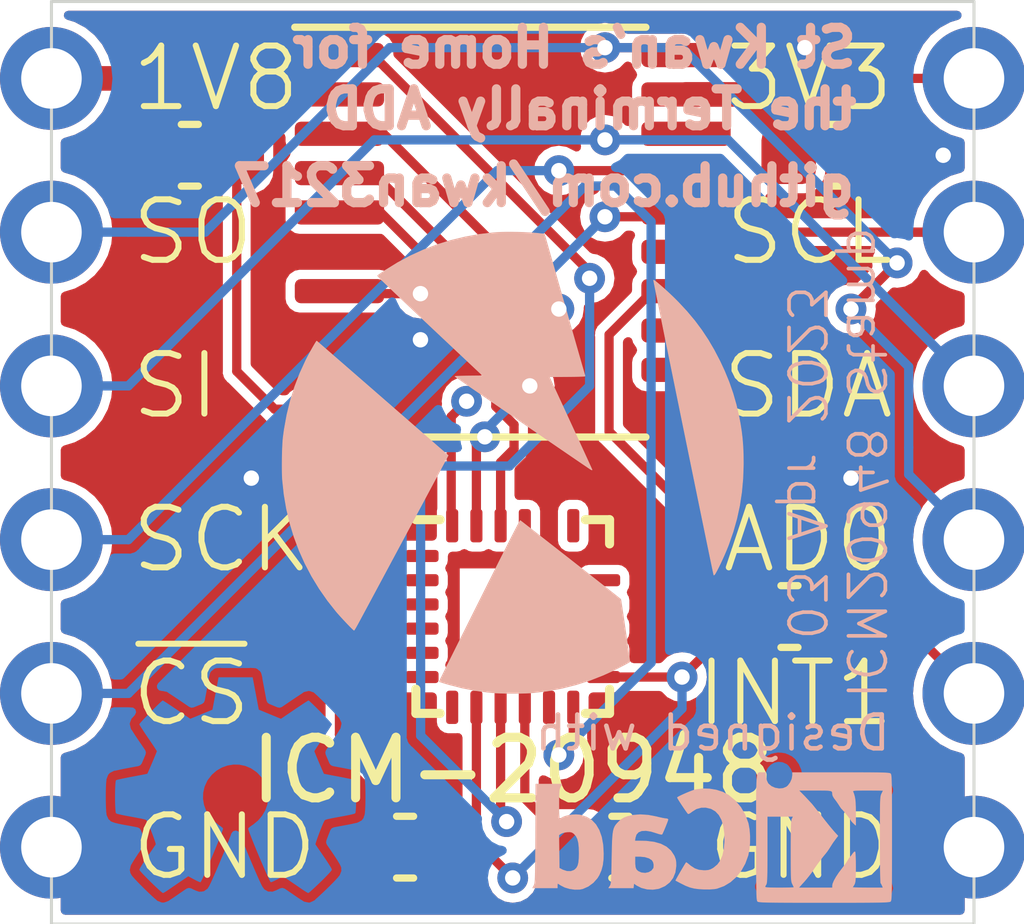
<source format=kicad_pcb>
(kicad_pcb (version 20221018) (generator pcbnew)
  (title_block (date "2022-10-07"))
  (layers (0 "F.Cu" jumper) (31 "B.Cu" signal) (34 "B.Paste" user) (35 "F.Paste" user) (36 "B.SilkS" user "B.Silkscreen") (37 "F.SilkS" user "F.Silkscreen") (38 "B.Mask" user) (39 "F.Mask" user) (44 "Edge.Cuts" user))
  (net 0 "")
  (net 1 "Net-(U301-REGOUT)")
  (net 2 "/IMU/MISO_3V3")
  (net 3 "/IMU/MOSI_3V3")
  (net 4 "/IMU/SCK_3V3")
  (net 5 "/IMU/~{CS}_3V3")
  (net 6 "/IMU/INT1_3V3")
  (net 14 "/IMU/MISO_1V8")
  (net 16 "/IMU/INT1_1V8")
  (net 23 "/IMU/~{CS}_1V8")
  (net 24 "/IMU/SCK_1V8")
  (net 25 "/IMU/MOSI_1V8")
  (net 29 "/IMU/Q_1V8")
  (net 30 "/IMU/Q_GND")
  (net 31 "/IMU/Q_3V3")
  (footprint "Capacitor_SMD:C_0603_1608Metric" (layer "F.Cu") (at 167.386 109.22 180)
    (fp_text reference "C302" hide)
    (fp_text value "100nF" hide)
    (pad "1" smd roundrect (at -0.775 0 180) (size 0.9 0.95) (layers "F.Cu" "F.Paste" "F.Mask") (net 29 "/IMU/Q_1V8"))
    (pad "2" smd roundrect (at 0.775 0 180) (size 0.9 0.95) (layers "F.Cu" "F.Paste" "F.Mask") (net 30 "/IMU/Q_GND"))
  )
  (footprint "Package_SO:TSSOP-20_4.4x6.5mm_P0.65mm" (layer "F.Cu") (at 172.72 110.49)
    (fp_text reference "U302" hide)
    (fp_text value "TXS0108EPW" hide)
    (pad "1" smd roundrect (at -2.8625 -2.925) (size 1.475 0.4) (layers "F.Cu" "F.Paste" "F.Mask") (net 14 "/IMU/MISO_1V8"))
    (pad "2" smd roundrect (at -2.8625 -2.275) (size 1.475 0.4) (layers "F.Cu" "F.Paste" "F.Mask") (net 29 "/IMU/Q_1V8"))
    (pad "3" smd roundrect (at -2.8625 -1.625) (size 1.475 0.4) (layers "F.Cu" "F.Paste" "F.Mask") (net 25 "/IMU/MOSI_1V8"))
    (pad "4" smd roundrect (at -2.8625 -0.975) (size 1.475 0.4) (layers "F.Cu" "F.Paste" "F.Mask") (net 24 "/IMU/SCK_1V8"))
    (pad "5" smd roundrect (at -2.8625 -0.325) (size 1.475 0.4) (layers "F.Cu" "F.Paste" "F.Mask") (net 23 "/IMU/~{CS}_1V8"))
    (pad "6" smd roundrect (at -2.8625 0.325) (size 1.475 0.4) (layers "F.Cu" "F.Paste" "F.Mask") (net 30 "/IMU/Q_GND"))
    (pad "7" smd roundrect (at -2.8625 0.975) (size 1.475 0.4) (layers "F.Cu" "F.Paste" "F.Mask") (net 16 "/IMU/INT1_1V8"))
    (pad "8" smd roundrect (at -2.8625 1.625) (size 1.475 0.4) (layers "F.Cu" "F.Paste" "F.Mask") (net 30 "/IMU/Q_GND"))
    (pad "9" smd roundrect (at -2.8625 2.275) (size 1.475 0.4) (layers "F.Cu" "F.Paste" "F.Mask") (net 30 "/IMU/Q_GND"))
    (pad "10" smd roundrect (at -2.8625 2.925) (size 1.475 0.4) (layers "F.Cu" "F.Paste" "F.Mask") (net 29 "/IMU/Q_1V8"))
    (pad "11" smd roundrect (at 2.8625 2.925) (size 1.475 0.4) (layers "F.Cu" "F.Paste" "F.Mask") (net 30 "/IMU/Q_GND"))
    (pad "12" smd roundrect (at 2.8625 2.275) (size 1.475 0.4) (layers "F.Cu" "F.Paste" "F.Mask"))
    (pad "13" smd roundrect (at 2.8625 1.625) (size 1.475 0.4) (layers "F.Cu" "F.Paste" "F.Mask"))
    (pad "14" smd roundrect (at 2.8625 0.975) (size 1.475 0.4) (layers "F.Cu" "F.Paste" "F.Mask") (net 6 "/IMU/INT1_3V3"))
    (pad "15" smd roundrect (at 2.8625 0.325) (size 1.475 0.4) (layers "F.Cu" "F.Paste" "F.Mask"))
    (pad "16" smd roundrect (at 2.8625 -0.325) (size 1.475 0.4) (layers "F.Cu" "F.Paste" "F.Mask") (net 5 "/IMU/~{CS}_3V3"))
    (pad "17" smd roundrect (at 2.8625 -0.975) (size 1.475 0.4) (layers "F.Cu" "F.Paste" "F.Mask") (net 4 "/IMU/SCK_3V3"))
    (pad "18" smd roundrect (at 2.8625 -1.625) (size 1.475 0.4) (layers "F.Cu" "F.Paste" "F.Mask") (net 3 "/IMU/MOSI_3V3"))
    (pad "19" smd roundrect (at 2.8625 -2.275) (size 1.475 0.4) (layers "F.Cu" "F.Paste" "F.Mask") (net 31 "/IMU/Q_3V3"))
    (pad "20" smd roundrect (at 2.8625 -2.925) (size 1.475 0.4) (layers "F.Cu" "F.Paste" "F.Mask") (net 2 "/IMU/MISO_3V3"))
  )
  (footprint "Capacitor_SMD:C_0603_1608Metric" (layer "F.Cu") (at 170.942 120.65 180)
    (fp_text reference "C308" hide)
    (fp_text value "100nF" hide)
    (pad "1" smd roundrect (at -0.775 0 180) (size 0.9 0.95) (layers "F.Cu" "F.Paste" "F.Mask") (net 29 "/IMU/Q_1V8"))
    (pad "2" smd roundrect (at 0.775 0 180) (size 0.9 0.95) (layers "F.Cu" "F.Paste" "F.Mask") (net 30 "/IMU/Q_GND"))
  )
  (footprint "Capacitor_SMD:C_0603_1608Metric" (layer "F.Cu") (at 174.498 120.65)
    (fp_text reference "C310" hide)
    (fp_text value "100nF" hide)
    (pad "1" smd roundrect (at -0.775 0) (size 0.9 0.95) (layers "F.Cu" "F.Paste" "F.Mask") (net 1 "Net-(U301-REGOUT)"))
    (pad "2" smd roundrect (at 0.775 0) (size 0.9 0.95) (layers "F.Cu" "F.Paste" "F.Mask") (net 30 "/IMU/Q_GND"))
  )
  (footprint "Capacitor_SMD:C_0603_1608Metric" (layer "F.Cu") (at 177.292 116.84)
    (fp_text reference "C313" hide)
    (fp_text value "100nF" hide)
    (pad "1" smd roundrect (at -0.775 0) (size 0.9 0.95) (layers "F.Cu" "F.Paste" "F.Mask") (net 29 "/IMU/Q_1V8"))
    (pad "2" smd roundrect (at 0.775 0) (size 0.9 0.95) (layers "F.Cu" "F.Paste" "F.Mask") (net 30 "/IMU/Q_GND"))
  )
  (footprint "Sensor_Motion:InvenSense_QFN-24_3x3mm_P0.4mm" (layer "F.Cu") (at 172.72 116.84)
    (fp_text reference "U301" hide)
    (fp_text value "ICM-20948" (at 0 2.54) (layer "F.SilkS"))
    (pad "1" smd roundrect (at -1.5 -1) (size 0.55 0.2) (layers "F.Cu" "F.Paste" "F.Mask"))
    (pad "2" smd roundrect (at -1.5 -0.6) (size 0.55 0.2) (layers "F.Cu" "F.Paste" "F.Mask"))
    (pad "3" smd roundrect (at -1.5 -0.2) (size 0.55 0.2) (layers "F.Cu" "F.Paste" "F.Mask"))
    (pad "4" smd roundrect (at -1.5 0.2) (size 0.55 0.2) (layers "F.Cu" "F.Paste" "F.Mask"))
    (pad "5" smd roundrect (at -1.5 0.6) (size 0.55 0.2) (layers "F.Cu" "F.Paste" "F.Mask"))
    (pad "6" smd roundrect (at -1.5 1) (size 0.55 0.2) (layers "F.Cu" "F.Paste" "F.Mask"))
    (pad "7" smd roundrect (at -1 1.5 90) (size 0.55 0.2) (layers "F.Cu" "F.Paste" "F.Mask"))
    (pad "8" smd roundrect (at -0.6 1.5 90) (size 0.55 0.2) (layers "F.Cu" "F.Paste" "F.Mask") (net 29 "/IMU/Q_1V8"))
    (pad "9" smd roundrect (at -0.2 1.5 90) (size 0.55 0.2) (layers "F.Cu" "F.Paste" "F.Mask") (net 14 "/IMU/MISO_1V8"))
    (pad "10" smd roundrect (at 0.2 1.5 90) (size 0.55 0.2) (layers "F.Cu" "F.Paste" "F.Mask") (net 1 "Net-(U301-REGOUT)"))
    (pad "11" smd roundrect (at 0.6 1.5 90) (size 0.55 0.2) (layers "F.Cu" "F.Paste" "F.Mask"))
    (pad "12" smd roundrect (at 1 1.5 90) (size 0.55 0.2) (layers "F.Cu" "F.Paste" "F.Mask") (net 16 "/IMU/INT1_1V8"))
    (pad "13" smd roundrect (at 1.5 1) (size 0.55 0.2) (layers "F.Cu" "F.Paste" "F.Mask") (net 29 "/IMU/Q_1V8"))
    (pad "14" smd roundrect (at 1.5 0.6) (size 0.55 0.2) (layers "F.Cu" "F.Paste" "F.Mask"))
    (pad "15" smd roundrect (at 1.5 0.2) (size 0.55 0.2) (layers "F.Cu" "F.Paste" "F.Mask"))
    (pad "16" smd roundrect (at 1.5 -0.2) (size 0.55 0.2) (layers "F.Cu" "F.Paste" "F.Mask"))
    (pad "17" smd roundrect (at 1.5 -0.6) (size 0.55 0.2) (layers "F.Cu" "F.Paste" "F.Mask"))
    (pad "18" smd roundrect (at 1.5 -1) (size 0.55 0.2) (layers "F.Cu" "F.Paste" "F.Mask") (net 30 "/IMU/Q_GND"))
    (pad "19" smd roundrect (at 1 -1.5 90) (size 0.55 0.2) (layers "F.Cu" "F.Paste" "F.Mask"))
    (pad "20" smd roundrect (at 0.6 -1.5 90) (size 0.55 0.2) (layers "F.Cu" "F.Paste" "F.Mask") (net 30 "/IMU/Q_GND"))
    (pad "21" smd roundrect (at 0.2 -1.5 90) (size 0.55 0.2) (layers "F.Cu" "F.Paste" "F.Mask"))
    (pad "22" smd roundrect (at -0.2 -1.5 90) (size 0.55 0.2) (layers "F.Cu" "F.Paste" "F.Mask") (net 23 "/IMU/~{CS}_1V8"))
    (pad "23" smd roundrect (at -0.6 -1.5 90) (size 0.55 0.2) (layers "F.Cu" "F.Paste" "F.Mask") (net 24 "/IMU/SCK_1V8"))
    (pad "24" smd roundrect (at -1 -1.5 90) (size 0.55 0.2) (layers "F.Cu" "F.Paste" "F.Mask") (net 25 "/IMU/MOSI_1V8"))
    (zone (net 0) (net_name "") (layer "F.Cu") (connect_pads (clearance 0)) (min_thickness 0.254)
      (keepout (tracks not_allowed) (vias not_allowed) (pads not_allowed) (copperpour not_allowed) (footprints allowed))
      (fill (thermal_gap 0.508) (thermal_bridge_width 0.508))
      (polygon (pts (xy 171.845 116.045) (xy 173.595 116.045) (xy 173.595 117.635) (xy 171.845 117.635)))
    )
  )
  (footprint "Capacitor_SMD:C_0603_1608Metric" (layer "F.Cu") (at 178.054 109.22)
    (fp_text reference "C319" hide)
    (fp_text value "100nF" hide)
    (pad "1" smd roundrect (at -0.775 0) (size 0.9 0.95) (layers "F.Cu" "F.Paste" "F.Mask") (net 31 "/IMU/Q_3V3"))
    (pad "2" smd roundrect (at 0.775 0) (size 0.9 0.95) (layers "F.Cu" "F.Paste" "F.Mask") (net 30 "/IMU/Q_GND"))
  )
  (footprint "KwanSystems:Stamp" (layer "F.Cu") (at 172.72 114.3)
    (fp_text reference "J301" hide)
    (fp_text value "~")
    (fp_text user "SCL" (at 6.35 -3.81 unlocked) (layer "F.SilkS") (effects (font (thickness 0.1)) (justify right)))
    (fp_text user "INT1" (at 6.35 3.81 unlocked) (layer "F.SilkS") (effects (font (thickness 0.1)) (justify right)))
    (fp_text user "~{CS}" (at -6.35 3.81 unlocked) (layer "F.SilkS") (effects (font (thickness 0.1)) (justify left)))
    (fp_text user "GND" (at -6.35 6.35 unlocked) (layer "F.SilkS") (effects (font (thickness 0.1)) (justify left)))
    (fp_text user "SO" (at -6.35 -3.81 unlocked) (layer "F.SilkS") (effects (font (thickness 0.1)) (justify left)))
    (fp_text user "3V3" (at 6.35 -6.35 unlocked) (layer "F.SilkS") (effects (font (thickness 0.1)) (justify right)))
    (fp_text user "SI" (at -6.35 -1.27 unlocked) (layer "F.SilkS") (effects (font (thickness 0.1)) (justify left)))
    (fp_text user "1V8" (at -6.35 -6.35 unlocked) (layer "F.SilkS") (effects (font (thickness 0.1)) (justify left)))
    (fp_text user "GND" (at 6.35 6.35 unlocked) (layer "F.SilkS") (effects (font (thickness 0.1)) (justify right)))
    (fp_text user "SDA" (at 6.35 -1.27 unlocked) (layer "F.SilkS") (effects (font (thickness 0.1)) (justify right)))
    (fp_text user "AD0" (at 6.35 1.27 unlocked) (layer "F.SilkS") (effects (font (thickness 0.1)) (justify right)))
    (fp_text user "SCK" (at -6.35 1.27 unlocked) (layer "F.SilkS") (effects (font (thickness 0.1)) (justify left)))
    (fp_line (start -7.62 -7.62) (end -7.62 7.62) (stroke (width 0.05)) (layer "Edge.Cuts"))
    (fp_line (start -7.62 7.62) (end 7.62 7.62) (stroke (width 0.05)) (layer "Edge.Cuts"))
    (fp_line (start 7.62 -7.62) (end -7.62 -7.62) (stroke (width 0.05)) (layer "Edge.Cuts"))
    (fp_line (start 7.62 7.62) (end 7.62 -7.62) (stroke (width 0.05)) (layer "Edge.Cuts"))
    (pad "1" thru_hole circle (at -7.62 -6.35) (size 1.7 1.7) (drill 1) (layers "*.Cu" "*.Mask") (net 29 "/IMU/Q_1V8"))
    (pad "2" thru_hole circle (at -7.62 -3.81) (size 1.7 1.7) (drill 1) (layers "*.Cu" "*.Mask") (net 2 "/IMU/MISO_3V3"))
    (pad "3" thru_hole circle (at -7.62 -1.27) (size 1.7 1.7) (drill 1) (layers "*.Cu" "*.Mask") (net 3 "/IMU/MOSI_3V3"))
    (pad "4" thru_hole circle (at -7.62 1.27) (size 1.7 1.7) (drill 1) (layers "*.Cu" "*.Mask") (net 4 "/IMU/SCK_3V3"))
    (pad "5" thru_hole circle (at -7.62 3.81) (size 1.7 1.7) (drill 1) (layers "*.Cu" "*.Mask") (net 5 "/IMU/~{CS}_3V3"))
    (pad "6" thru_hole circle (at -7.62 6.35) (size 1.7 1.7) (drill 1) (layers "*.Cu" "*.Mask") (net 30 "/IMU/Q_GND"))
    (pad "7" thru_hole circle (at 7.62 6.35) (size 1.7 1.7) (drill 1) (layers "*.Cu" "*.Mask") (net 30 "/IMU/Q_GND"))
    (pad "8" thru_hole circle (at 7.62 3.81) (size 1.7 1.7) (drill 1) (layers "*.Cu" "*.Mask") (net 6 "/IMU/INT1_3V3"))
    (pad "9" thru_hole circle (at 7.62 1.27) (size 1.7 1.7) (drill 1) (layers "*.Cu" "*.Mask") (net 2 "/IMU/MISO_3V3"))
    (pad "10" thru_hole circle (at 7.62 -1.27) (size 1.7 1.7) (drill 1) (layers "*.Cu" "*.Mask") (net 3 "/IMU/MOSI_3V3"))
    (pad "11" thru_hole circle (at 7.62 -3.81) (size 1.7 1.7) (drill 1) (layers "*.Cu" "*.Mask") (net 4 "/IMU/SCK_3V3"))
    (pad "12" thru_hole circle (at 7.62 -6.35) (size 1.7 1.7) (drill 1) (layers "*.Cu" "*.Mask") (net 31 "/IMU/Q_3V3"))
  )
  (footprint "KwanSystems:OSHW-Symbol_4x3.6mm_SolderMask" (layer "B.Cu") (at 168.148 119.634 180)
    (fp_text reference "G303" hide)
    (fp_text value "OSHW" hide)
    (fp_poly (pts (xy 0.333488 1.518641) (xy 0.383781 1.251867) (xy 0.569352 1.175368) (xy 0.754924 1.098869) (xy 0.977548 1.250252) (xy 1.039894 1.292402) (xy 1.096252 1.330037) (xy 1.143991 1.361437) (xy 1.180482 1.384886) (xy 1.203094 1.398664) (xy 1.209253 1.401635) (xy 1.220346 1.393994) (xy 1.244052 1.372871) (xy 1.277713 1.340963) (xy 1.318672 1.300969) (xy 1.364272 1.255588) (xy 1.411855 1.207517) (xy 1.458765 1.159456) (xy 1.502344 1.114102) (xy 1.539935 1.074153) (xy 1.568882 1.042309) (xy 1.586526 1.021268) (xy 1.590745 1.014226) (xy 1.584674 1.001244) (xy 1.567655 0.972803) (xy 1.541477 0.931684) (xy 1.507931 0.880671) (xy 1.468804 0.822544) (xy 1.446131 0.78939) (xy 1.404806 0.728851) (xy 1.368084 0.674221) (xy 1.337747 0.628218) (xy 1.315577 0.593563) (xy 1.303355 0.572974) (xy 1.301518 0.568648) (xy 1.305682 0.556351) (xy 1.317031 0.527692) (xy 1.333852 0.486701) (xy 1.354435 0.437407) (xy 1.377065 0.383838) (xy 1.400032 0.330025) (xy 1.421622 0.279997) (xy 1.440124 0.237784) (xy 1.453823 0.207414) (xy 1.46101 0.192917) (xy 1.461434 0.192347) (xy 1.472719 0.189578) (xy 1.502771 0.183403) (xy 1.548476 0.174428) (xy 1.606719 0.163259) (xy 1.674386 0.150505) (xy 1.713865 0.143149) (xy 1.78617 0.129383) (xy 1.851478 0.116283) (xy 1.906486 0.104567) (xy 1.947889 0.094951) (xy 1.972382 0.088153) (xy 1.977307 0.085996) (xy 1.982129 0.071396) (xy 1.98602 0.038425) (xy 1.988982 -0.009065) (xy 1.991018 -0.067216) (xy 1.992131 -0.132172) (xy 1.992323 -0.200079) (xy 1.991596 -0.267081) (xy 1.989954 -0.329321) (xy 1.987399 -0.382945) (xy 1.983933 -0.424096) (xy 1.97956 -0.448918) (xy 1.976937 -0.454086) (xy 1.961258 -0.46028) (xy 1.928036 -0.469135) (xy 1.881664 -0.479611) (xy 1.826538 -0.490668) (xy 1.807295 -0.494245) (xy 1.714514 -0.51124) (xy 1.641225 -0.524926) (xy 1.585004 -0.535848) (xy 1.54343 -0.54455) (xy 1.514083 -0.551575) (xy 1.494538 -0.557469) (xy 1.482377 -0.562774) (xy 1.475176 -0.568034) (xy 1.474168 -0.569074) (xy 1.46411 -0.585823) (xy 1.448768 -0.618417) (xy 1.429673 -0.662866) (xy 1.408356 -0.715179) (xy 1.38635 -0.771365) (xy 1.365187 -0.827431) (xy 1.346398 -0.879388) (xy 1.331516 -0.923244) (xy 1.322072 -0.955007) (xy 1.319599 -0.970687) (xy 1.319806 -0.971236) (xy 1.328185 -0.984052) (xy 1.347193 -1.01225) (xy 1.374835 -1.052896) (xy 1.409111 -1.103054) (xy 1.448024 -1.159789) (xy 1.459106 -1.175912) (xy 1.498619 -1.234365) (xy 1.53339 -1.287698) (xy 1.561523 -1.332847) (xy 1.581124 -1.366752) (xy 1.5903 -1.386349) (xy 1.590745 -1.388756) (xy 1.583035 -1.40141) (xy 1.561733 -1.426478) (xy 1.529576 -1.461267) (xy 1.489303 -1.503081) (xy 1.443652 -1.549227) (xy 1.395362 -1.59701) (xy 1.347172 -1.643737) (xy 1.301819 -1.686712) (xy 1.262043 -1.723242) (xy 1.230581 -1.750633) (xy 1.210173 -1.76619) (xy 1.204527 -1.76873) (xy 1.191386 -1.762747) (xy 1.16448 -1.746612) (xy 1.128193 -1.723042) (xy 1.100273 -1.70407) (xy 1.049685 -1.669259) (xy 0.989776 -1.62827) (xy 0.929684 -1.587347) (xy 0.897376 -1.565445) (xy 0.788023 -1.49148) (xy 0.696229 -1.541112) (xy 0.654409 -1.562855) (xy 0.618848 -1.579756) (xy 0.594787 -1.589395) (xy 0.588662 -1.590736) (xy 0.581297 -1.580833) (xy 0.566768 -1.552849) (xy 0.546158 -1.509365) (xy 0.520553 -1.452964) (xy 0.491036 -1.386224) (xy 0.458694 -1.311729) (xy 0.42461 -1.232059) (xy 0.389869 -1.149796) (xy 0.355556 -1.067521) (xy 0.322754 -0.987815) (xy 0.29255 -0.913259) (xy 0.266028 -0.846435) (xy 0.244271 -0.789923) (xy 0.228365 -0.746306) (xy 0.219395 -0.718165) (xy 0.217952 -0.7085) (xy 0.229387 -0.696172) (xy 0.254422 -0.67616) (xy 0.287824 -0.652621) (xy 0.290627 -0.650759) (xy 0.376958 -0.581654) (xy 0.44657 -0.501032) (xy 0.498858 -0.41147) (xy 0.533219 -0.315548) (xy 0.549052 -0.215842) (xy 0.545751 -0.114931) (xy 0.522714 -0.015393) (xy 0.479337 0.080195) (xy 0.466576 0.101108) (xy 0.400198 0.185558) (xy 0.321781 0.253372) (xy 0.234038 0.304198) (xy 0.139685 0.337684) (xy 0.041434 0.353476) (xy -0.058 0.351222) (xy -0.155903 0.33057) (xy -0.249561 0.291166) (xy -0.33626 0.232659) (xy -0.363079 0.208912) (xy -0.431333 0.134578) (xy -0.481069 0.056326) (xy -0.515186 -0.031389) (xy -0.534188 -0.118253) (xy -0.538879 -0.215916) (xy -0.523237 -0.314064) (xy -0.488853 -0.409379) (xy -0.437314 -0.498544) (xy -0.370208 -0.578241) (xy -0.289126 -0.645154) (xy -0.27847 -0.652207) (xy -0.24471 -0.675305) (xy -0.219046 -0.695318) (xy -0.206777 -0.708096) (xy -0.206599 -0.7085) (xy -0.209233 -0.722323) (xy -0.219674 -0.753694) (xy -0.236839 -0.800034) (xy -0.259641 -0.858761) (xy -0.286996 -0.927295) (xy -0.317818 -1.003055) (xy -0.351023 -1.08346) (xy -0.385525 -1.165931) (xy -0.420239 -1.247885) (xy -0.454081 -1.326742) (xy -0.485965 -1.399923) (xy -0.514806 -1.464845) (xy -0.539519 -1.518929) (xy -0.559019 -1.559594) (xy -0.572222 -1.584258) (xy -0.577538 -1.590736) (xy -0.593784 -1.585691) (xy -0.624182 -1.572163) (xy -0.66349 -1.552568) (xy -0.685105 -1.541112) (xy -0.776899 -1.49148) (xy -0.886253 -1.565445) (xy -0.942075 -1.603337) (xy -1.003191 -1.645036) (xy -1.060463 -1.684299) (xy -1.08915 -1.70407) (xy -1.129497 -1.731164) (xy -1.163662 -1.752634) (xy -1.187188 -1.765763) (xy -1.194829 -1.768538) (xy -1.20595 -1.761051) (xy -1.230565 -1.740151) (xy -1.266285 -1.708007) (xy -1.310725 -1.66679) (xy -1.361499 -1.618669) (xy -1.393611 -1.587772) (xy -1.449791 -1.532572) (xy -1.498345 -1.483199) (xy -1.537306 -1.441767) (xy -1.564715 -1.410386) (xy -1.578607 -1.39117) (xy -1.579939 -1.38727) (xy -1.573754 -1.372436) (xy -1.556663 -1.342443) (xy -1.530562 -1.300327) (xy -1.497346 -1.249125) (xy -1.458912 -1.191874) (xy -1.447982 -1.175912) (xy -1.408156 -1.1179) (xy -1.372427 -1.06567) (xy -1.34279 -1.022157) (xy -1.321245 -0.990296) (xy -1.309789 -0.973022) (xy -1.308682 -0.971236) (xy -1.310337 -0.957469) (xy -1.319123 -0.927202) (xy -1.333508 -0.884425) (xy -1.35196 -0.833128) (xy -1.372946 -0.777304) (xy -1.394936 -0.720944) (xy -1.416397 -0.668039) (xy -1.435796 -0.62258) (xy -1.451603 -0.588559) (xy -1.462285 -0.569966) (xy -1.463044 -0.569074) (xy -1.469576 -0.563761) (xy -1.480609 -0.558506) (xy -1.498564 -0.552766) (xy -1.525862 -0.545998) (xy -1.564925 -0.537656) (xy -1.618177 -0.527198) (xy -1.688036 -0.514079) (xy -1.776925 -0.497755) (xy -1.796171 -0.494245) (xy -1.853212 -0.483224) (xy -1.902939 -0.472443) (xy -1.940958 -0.462941) (xy -1.962875 -0.45576) (xy -1.965814 -0.454086) (xy -1.970656 -0.439243) (xy -1.974592 -0.406074) (xy -1.97762 -0.358433) (xy -1.979735 -0.300178) (xy -1.980937 -0.235163) (xy -1.981222 -0.167244) (xy -1.980586 -0.100277) (xy -1.979029 -0.038117) (xy -1.976548 0.015379) (xy -1.973138 0.056357) (xy -1.968799 0.08096) (xy -1.966183 0.085996) (xy -1.951619 0.091075) (xy -1.918456 0.099339) (xy -1.869997 0.11007) (xy -1.809547 0.122551) (xy -1.74041 0.136066) (xy -1.702741 0.143149) (xy -1.631272 0.156509) (xy -1.567539 0.168613) (xy -1.514656 0.178851) (xy -1.47574 0.186619) (xy -1.453904 0.191307) (xy -1.45031 0.192347) (xy -1.444237 0.204066) (xy -1.431397 0.232294) (xy -1.413503 0.272998) (xy -1.392267 0.322145) (xy -1.369399 0.375703) (xy -1.346612 0.429639) (xy -1.325616 0.479919) (xy -1.308124 0.522512) (xy -1.295846 0.553384) (xy -1.290494 0.568502) (xy -1.290394 0.569162) (xy -1.296461 0.581089) (xy -1.31347 0.608534) (xy -1.339634 0.64877) (xy -1.373164 0.69907) (xy -1.412272 0.756704) (xy -1.435007 0.78981) (xy -1.476435 0.850511) (xy -1.51323 0.905622) (xy -1.543598 0.952354) (xy -1.565743 0.987919) (xy -1.577869 1.009529) (xy -1.579621 1.014374) (xy -1.572092 1.02565) (xy -1.551278 1.049726) (xy -1.519838 1.083904) (xy -1.48043 1.125489) (xy -1.435714 1.171781) (xy -1.388348 1.220085) (xy -1.34099 1.267702) (xy -1.2963 1.311936) (xy -1.256936 1.350089) (xy -1.225558 1.379464) (xy -1.204823 1.397363) (xy -1.197887 1.401635) (xy -1.186592 1.395628) (xy -1.159579 1.378753) (xy -1.119472 1.352728) (xy -1.068899 1.319269) (xy -1.010486 1.280096) (xy -0.966424 1.250252) (xy -0.7438 1.098869) (xy -0.372657 1.251867) (xy -0.322365 1.518641) (xy -0.272072 1.785416) (xy 0.283196 1.785416) (xy 0.333488 1.518641)) (stroke (width 0.01)) (fill solid) (layer "B.Cu"))
  )
  (footprint "KwanSystems:KWAN_CIRCLE" (layer "B.Cu") (at 172.72 114.3 180)
    (fp_text reference "G301" hide)
    (fp_text value "github.com/kwan3217" (at -0.508 4.572) (layer "B.SilkS") (effects (font (size 0.6096 0.6096) (thickness 0.1524)) (justify mirror)))
    (fp_text user "the Terminally ADD" (at -1.27 5.842 unlocked) (layer "B.SilkS") (effects (font (size 0.6096 0.6096) (thickness 0.1524)) (justify mirror)))
    (fp_text user "St Kwan's Home for" (at -1.016 6.858 unlocked) (layer "B.SilkS") (effects (font (size 0.6096 0.6096) (thickness 0.1524)) (justify mirror)))
  )
  (footprint "KwanSystems:Symbol_KiCAD-Logo_CopperAndSilkScreenTop_small" (layer "B.Cu") (at 176.022 120.396 180)
    (fp_text reference "G302" hide)
    (fp_text value "Designed with" (at 0 1.633196) (layer "B.SilkS") (effects (font (size 0.5588 0.5588) (thickness 0.0762)) (justify mirror)))
    (fp_poly (pts (xy -1.022029 1.13702) (xy -0.963228 1.103803) (xy -0.916489 1.052478) (xy -0.894594 1.009438) (xy -0.879289 0.940193) (xy -0.88384 0.871205) (xy -0.907514 0.810458) (xy -0.913706 0.801075) (xy -0.958926 0.757296) (xy -1.018364 0.727224) (xy -1.084834 0.712291) (xy -1.151144 0.713933) (xy -1.210105 0.733584) (xy -1.220497 0.739878) (xy -1.261632 0.779303) (xy -1.295543 0.833615) (xy -1.316627 0.892353) (xy -1.3208 0.927101) (xy -1.311163 0.981713) (xy -1.285905 1.038945) (xy -1.250509 1.088421) (xy -1.222679 1.112853) (xy -1.15657 1.143062) (xy -1.088082 1.150612) (xy -1.022029 1.13702)) (stroke (width 0.01)) (fill solid) (layer "B.Cu"))
    (fp_poly (pts (xy -0.9017 -0.296023) (xy -0.90159 -0.431764) (xy -0.901209 -0.544309) (xy -0.900487 -0.635861) (xy -0.899353 -0.70862) (xy -0.897735 -0.764792) (xy -0.895561 -0.806578) (xy -0.89276 -0.83618) (xy -0.889261 -0.855802) (xy -0.884992 -0.867646) (xy -0.883054 -0.870698) (xy -0.869911 -0.889472) (xy -0.864555 -0.903543) (xy -0.869645 -0.913587) (xy -0.887844 -0.920282) (xy -0.921812 -0.924303) (xy -0.974211 -0.926327) (xy -1.047701 -0.92703) (xy -1.1049 -0.9271) (xy -1.180041 -0.926758) (xy -1.245637 -0.925804) (xy -1.297787 -0.924351) (xy -1.332591 -0.922509) (xy -1.346148 -0.920388) (xy -1.3462 -0.920244) (xy -1.340923 -0.905727) (xy -1.327637 -0.877255) (xy -1.3208 -0.8636) (xy -1.314367 -0.84988) (xy -1.309121 -0.834697) (xy -1.30494 -0.81546) (xy -1.301705 -0.789578) (xy -1.299295 -0.754459) (xy -1.297589 -0.707514) (xy -1.296468 -0.646151) (xy -1.29581 -0.56778) (xy -1.295495 -0.469809) (xy -1.295403 -0.349648) (xy -1.2954 -0.317375) (xy -1.295527 -0.188635) (xy -1.295965 -0.082875) (xy -1.296802 0.002325) (xy -1.298126 0.069381) (xy -1.300025 0.120715) (xy -1.302587 0.158744) (xy -1.305899 0.185887) (xy -1.310049 0.204564) (xy -1.314777 0.216531) (xy -1.334153 0.254) (xy -0.9017 0.254) (xy -0.9017 -0.296023)) (stroke (width 0.01)) (fill solid) (layer "B.Cu"))
    (fp_poly (pts (xy -1.693127 0.6858) (xy -1.420471 0.6858) (xy -1.519861 0.585107) (xy -1.684715 0.403655) (xy -1.791925 0.266593) (xy -1.831149 0.2148) (xy -1.878428 0.154736) (xy -1.928475 0.092899) (xy -1.976001 0.035791) (xy -2.015717 -0.010091) (xy -2.028266 -0.02388) (xy -2.068982 -0.067606) (xy -2.034003 -0.113178) (xy -1.966282 -0.207802) (xy -1.922511 -0.277525) (xy -1.895076 -0.318643) (xy -1.864438 -0.358306) (xy -1.861864 -0.361304) (xy -1.827389 -0.402791) (xy -1.787127 -0.454069) (xy -1.745529 -0.509144) (xy -1.707049 -0.562024) (xy -1.676141 -0.606713) (xy -1.658312 -0.635274) (xy -1.640772 -0.661798) (xy -1.611507 -0.701031) (xy -1.57559 -0.746626) (xy -1.538093 -0.792236) (xy -1.504086 -0.831516) (xy -1.4859 -0.85101) (xy -1.473956 -0.864041) (xy -1.452819 -0.887703) (xy -1.448762 -0.892285) (xy -1.417973 -0.9271) (xy -1.9812 -0.9271) (xy -1.9812 -0.887962) (xy -1.989582 -0.849698) (xy -2.013196 -0.797075) (xy -2.049754 -0.73412) (xy -2.09696 -0.664858) (xy -2.140729 -0.607767) (xy -2.176366 -0.561657) (xy -2.209027 -0.516135) (xy -2.232612 -0.479768) (xy -2.235665 -0.474417) (xy -2.255686 -0.441217) (xy -2.273329 -0.417142) (xy -2.277651 -0.41275) (xy -2.294931 -0.393408) (xy -2.315043 -0.365125) (xy -2.333887 -0.341047) (xy -2.349143 -0.330244) (xy -2.349793 -0.3302) (xy -2.354231 -0.342546) (xy -2.357791 -0.378191) (xy -2.360368 -0.435046) (xy -2.361859 -0.511022) (xy -2.3622 -0.578481) (xy -2.361858 -0.668132) (xy -2.360653 -0.736135) (xy -2.358313 -0.786238) (xy -2.354569 -0.822185) (xy -2.349151 -0.847722) (xy -2.34179 -0.866594) (xy -2.341378 -0.867406) (xy -2.323642 -0.897246) (xy -2.307889 -0.916309) (xy -2.306453 -0.917381) (xy -2.314202 -0.920162) (xy -2.343877 -0.922631) (xy -2.392007 -0.924656) (xy -2.455121 -0.926104) (xy -2.529745 -0.926841) (xy -2.555603 -0.926906) (xy -2.818856 -0.9271) (xy -2.804016 -0.892175) (xy -2.78993 -0.862879) (xy -2.778888 -0.845185) (xy -2.776972 -0.830571) (xy -2.775172 -0.792891) (xy -2.773521 -0.734476) (xy -2.772052 -0.657659) (xy -2.770801 -0.564773) (xy -2.769798 -0.458151) (xy -2.769079 -0.340126) (xy -2.768677 -0.21303) (xy -2.768601 -0.127145) (xy -2.76863 0.024845) (xy -2.768765 0.153544) (xy -2.769077 0.261063) (xy -2.769637 0.349511) (xy -2.770516 0.420998) (xy -2.771784 0.477634) (xy -2.773512 0.521528) (xy -2.775772 0.55479) (xy -2.778634 0.57953) (xy -2.782169 0.597857) (xy -2.786448 0.611882) (xy -2.791542 0.623713) (xy -2.794001 0.628651) (xy -2.809378 0.659566) (xy -2.818405 0.67917) (xy -2.819401 0.682136) (xy -2.807333 0.683247) (xy -2.773656 0.684222) (xy -2.722164 0.685008) (xy -2.656647 0.68555) (xy -2.580898 0.685793) (xy -2.564042 0.6858) (xy -2.47747 0.685668) (xy -2.413186 0.685085) (xy -2.368077 0.683768) (xy -2.339032 0.681439) (xy -2.322938 0.677814) (xy -2.316684 0.672614) (xy -2.317157 0.665558) (xy -2.317918 0.663575) (xy -2.334598 0.619164) (xy -2.346631 0.57491) (xy -2.35471 0.52543) (xy -2.359529 0.46534) (xy -2.36178 0.389256) (xy -2.3622 0.319456) (xy -2.362201 0.109548) (xy -2.324101 0.14605) (xy -2.300294 0.171222) (xy -2.287003 0.189861) (xy -2.286 0.193259) (xy -2.278432 0.206225) (xy -2.258686 0.232936) (xy -2.231206 0.267928) (xy -2.200434 0.305736) (xy -2.170812 0.340896) (xy -2.146781 0.367943) (xy -2.133381 0.381) (xy -2.12222 0.394633) (xy -2.103032 0.422685) (xy -2.089099 0.4445) (xy -2.059998 0.488351) (xy -2.028525 0.531651) (xy -2.017351 0.545819) (xy -1.994994 0.579132) (xy -1.982296 0.609679) (xy -1.9812 0.617805) (xy -1.980939 0.639662) (xy -1.978105 0.656249) (xy -1.969619 0.668294) (xy -1.952406 0.676523) (xy -1.923387 0.681662) (xy -1.879486 0.684437) (xy -1.817625 0.685575) (xy -1.734728 0.685802) (xy -1.693127 0.6858)) (stroke (width 0.01)) (fill solid) (layer "B.Cu"))
  )
  (gr_text "ICM20948 Stamp\n03 Apr 2023" (at 178.054 114.3 270) (layer "B.SilkS") (effects (font (size 0.6096 0.6096) (thickness 0.06096)) (justify mirror)))
  (segment (start 173.723 120.65) (end 172.92 119.847) (width 0.1524) (layer "F.Cu") (net 1))
  (segment (start 172.92 119.847) (end 172.92 118.34) (width 0.1524) (layer "F.Cu") (net 1))
  (segment (start 174.244 107.442) (end 175.4595 107.442) (width 0.1524) (layer "F.Cu") (net 2))
  (segment (start 179.07 110.998) (end 178.308 111.76) (width 0.1524) (layer "F.Cu") (net 2))
  (segment (start 175.4595 107.442) (end 175.5825 107.565) (width 0.1524) (layer "F.Cu") (net 2))
  (via (at 174.244 107.442) (size 0.508) (drill 0.254) (layers "F.Cu" "B.Cu") (net 2))
  (via (at 179.07 110.998) (size 0.508) (drill 0.254) (layers "F.Cu" "B.Cu") (net 2))
  (via (at 178.308 111.76) (size 0.508) (drill 0.254) (layers "F.Cu" "B.Cu") (net 2))
  (segment (start 167.64 110.49) (end 170.434 107.696) (width 0.1524) (layer "B.Cu") (net 2))
  (segment (start 179.2614 114.4914) (end 179.2614 114.046) (width 0.1524) (layer "B.Cu") (net 2))
  (segment (start 178.308 111.76) (end 179.2614 112.7134) (width 0.1524) (layer "B.Cu") (net 2))
  (segment (start 174.244 107.442) (end 175.514 107.442) (width 0.1524) (layer "B.Cu") (net 2))
  (segment (start 170.688 107.442) (end 174.244 107.442) (width 0.1524) (layer "B.Cu") (net 2))
  (segment (start 180.34 115.57) (end 179.2614 114.4914) (width 0.1524) (layer "B.Cu") (net 2))
  (segment (start 170.434 107.696) (end 170.688 107.442) (width 0.1524) (layer "B.Cu") (net 2))
  (segment (start 166.37 110.49) (end 167.64 110.49) (width 0.1524) (layer "B.Cu") (net 2))
  (segment (start 175.514 107.442) (end 179.07 110.998) (width 0.1524) (layer "B.Cu") (net 2))
  (segment (start 165.1 110.49) (end 166.37 110.49) (width 0.1524) (layer "B.Cu") (net 2))
  (segment (start 179.2614 112.7134) (end 179.2614 114.046) (width 0.1524) (layer "B.Cu") (net 2))
  (segment (start 174.244 108.966) (end 175.4815 108.966) (width 0.1524) (layer "F.Cu") (net 3))
  (segment (start 175.4815 108.966) (end 175.5825 108.865) (width 0.1524) (layer "F.Cu") (net 3))
  (via (at 174.244 108.966) (size 0.508) (drill 0.254) (layers "F.Cu" "B.Cu") (net 3))
  (segment (start 174.244 108.966) (end 176.276 108.966) (width 0.1524) (layer "B.Cu") (net 3))
  (segment (start 180.1114 112.8014) (end 180.1114 113.03) (width 0.1524) (layer "B.Cu") (net 3))
  (segment (start 166.37 113.03) (end 170.434 108.966) (width 0.1524) (layer "B.Cu") (net 3))
  (segment (start 170.434 108.966) (end 174.244 108.966) (width 0.1524) (layer "B.Cu") (net 3))
  (segment (start 165.1 113.03) (end 166.37 113.03) (width 0.1524) (layer "B.Cu") (net 3))
  (segment (start 176.276 108.966) (end 180.1114 112.8014) (width 0.1524) (layer "B.Cu") (net 3))
  (segment (start 179.07 110.49) (end 177.109711 110.49) (width 0.1524) (layer "F.Cu") (net 4))
  (segment (start 173.482 109.474) (end 175.5415 109.474) (width 0.1524) (layer "F.Cu") (net 4))
  (segment (start 179.07 110.49) (end 180.1114 110.49) (width 0.1524) (layer "F.Cu") (net 4))
  (segment (start 175.5415 109.474) (end 175.5825 109.515) (width 0.1524) (layer "F.Cu") (net 4))
  (segment (start 180.34 110.49) (end 179.07 110.49) (width 0.1524) (layer "F.Cu") (net 4))
  (segment (start 176.134711 109.515) (end 175.5825 109.515) (width 0.1524) (layer "F.Cu") (net 4))
  (segment (start 177.109711 110.49) (end 176.134711 109.515) (width 0.1524) (layer "F.Cu") (net 4))
  (via (at 173.482 109.474) (size 0.508) (drill 0.254) (layers "F.Cu" "B.Cu") (net 4))
  (segment (start 172.466 109.474) (end 173.482 109.474) (width 0.1524) (layer "B.Cu") (net 4))
  (segment (start 166.37 115.57) (end 172.466 109.474) (width 0.1524) (layer "B.Cu") (net 4))
  (segment (start 165.1 115.57) (end 166.37 115.57) (width 0.1524) (layer "B.Cu") (net 4))
  (segment (start 175.5115 110.236) (end 175.5825 110.165) (width 0.1524) (layer "F.Cu") (net 5))
  (segment (start 174.244 110.236) (end 175.5115 110.236) (width 0.1524) (layer "F.Cu") (net 5))
  (via (at 174.244 110.236) (size 0.508) (drill 0.254) (layers "F.Cu" "B.Cu") (net 5))
  (segment (start 165.1 118.11) (end 166.37 118.11) (width 0.1524) (layer "B.Cu") (net 5))
  (segment (start 166.37 118.11) (end 174.244 110.236) (width 0.1524) (layer "B.Cu") (net 5))
  (segment (start 178.816 115.57) (end 176.098948 115.57) (width 0.1524) (layer "F.Cu") (net 6))
  (segment (start 176.098948 115.57) (end 174.3116 113.782652) (width 0.1524) (layer "F.Cu") (net 6))
  (segment (start 180.34 118.11) (end 179.324 117.094) (width 0.1524) (layer "F.Cu") (net 6))
  (segment (start 179.324 117.094) (end 179.324 116.078) (width 0.1524) (layer "F.Cu") (net 6))
  (segment (start 174.3116 112.183689) (end 175.030289 111.465) (width 0.1524) (layer "F.Cu") (net 6))
  (segment (start 175.030289 111.465) (end 175.5825 111.465) (width 0.1524) (layer "F.Cu") (net 6))
  (segment (start 174.3116 113.782652) (end 174.3116 112.183689) (width 0.1524) (layer "F.Cu") (net 6))
  (segment (start 179.324 116.078) (end 178.816 115.57) (width 0.1524) (layer "F.Cu") (net 6))
  (segment (start 173.99 111.14529) (end 170.614355 107.769645) (width 0.1524) (layer "F.Cu") (net 14))
  (segment (start 173.99 111.252) (end 173.99 111.14529) (width 0.1524) (layer "F.Cu") (net 14))
  (segment (start 169.8575 107.565) (end 170.409711 107.565) (width 0.1524) (layer "F.Cu") (net 14))
  (segment (start 172.52 120.128794) (end 172.619013 120.227807) (width 0.1524) (layer "F.Cu") (net 14))
  (segment (start 170.409711 107.565) (end 170.614355 107.769645) (width 0.1524) (layer "F.Cu") (net 14))
  (segment (start 172.52 118.34) (end 172.52 120.128794) (width 0.1524) (layer "F.Cu") (net 14))
  (via (at 173.99 111.252) (size 0.508) (drill 0.254) (layers "F.Cu" "B.Cu") (net 14))
  (via (at 172.619013 120.227807) (size 0.508) (drill 0.254) (layers "F.Cu" "B.Cu") (net 14))
  (segment (start 172.619013 120.227807) (end 171.1985 118.807294) (width 0.1524) (layer "B.Cu") (net 14))
  (segment (start 171.1985 114.3) (end 171.252141 114.353641) (width 0.1524) (layer "B.Cu") (net 14))
  (segment (start 173.99 113.03) (end 173.99 111.252) (width 0.1524) (layer "B.Cu") (net 14))
  (segment (start 171.252141 114.353641) (end 172.666359 114.353641) (width 0.1524) (layer "B.Cu") (net 14))
  (segment (start 172.666359 114.353641) (end 173.99 113.03) (width 0.1524) (layer "B.Cu") (net 14))
  (segment (start 171.1985 118.807294) (end 171.1985 114.3) (width 0.1524) (layer "B.Cu") (net 14))
  (segment (start 173.72 118.34) (end 173.72 118.888) (width 0.1524) (layer "F.Cu") (net 16))
  (segment (start 169.8985 111.506) (end 169.8575 111.465) (width 0.1524) (layer "F.Cu") (net 16))
  (segment (start 173.72 118.888) (end 173.482 119.126) (width 0.1524) (layer "F.Cu") (net 16))
  (segment (start 171.196 111.506) (end 169.8985 111.506) (width 0.1524) (layer "F.Cu") (net 16))
  (via (at 173.482 119.126) (size 0.508) (drill 0.254) (layers "F.Cu" "B.Cu") (net 16))
  (via (at 171.196 111.506) (size 0.508) (drill 0.254) (layers "F.Cu" "B.Cu") (net 16))
  (segment (start 175.006 117.094) (end 175.006 110.3155) (width 0.1524) (layer "B.Cu") (net 16))
  (segment (start 173.482 119.126) (end 175.006 117.602) (width 0.1524) (layer "B.Cu") (net 16))
  (segment (start 175.006 117.602) (end 175.006 117.094) (width 0.1524) (layer "B.Cu") (net 16))
  (segment (start 175.006 110.3155) (end 174.4185 109.728) (width 0.1524) (layer "B.Cu") (net 16))
  (segment (start 172.1325 111.506) (end 171.196 111.506) (width 0.1524) (layer "B.Cu") (net 16))
  (segment (start 172.3865 111.252) (end 172.1325 111.506) (width 0.1524) (layer "B.Cu") (net 16))
  (segment (start 174.4185 109.728) (end 173.9105 109.728) (width 0.1524) (layer "B.Cu") (net 16))
  (segment (start 173.9105 109.728) (end 172.3865 111.252) (width 0.1524) (layer "B.Cu") (net 16))
  (segment (start 172.52 114.292961) (end 172.74202 114.070941) (width 0.1524) (layer "F.Cu") (net 23))
  (segment (start 169.8575 110.165) (end 170.5375 110.165) (width 0.1524) (layer "F.Cu") (net 23))
  (segment (start 172.74202 114.070941) (end 172.74202 113.671141) (width 0.1524) (layer "F.Cu") (net 23))
  (segment (start 170.5375 110.165) (end 171.41025 111.03775) (width 0.1524) (layer "F.Cu") (net 23))
  (segment (start 172.74202 113.671141) (end 172.4406 113.369721) (width 0.1524) (layer "F.Cu") (net 23))
  (segment (start 172.4406 113.369721) (end 172.4406 112.0681) (width 0.1524) (layer "F.Cu") (net 23))
  (segment (start 172.4406 112.0681) (end 171.41025 111.03775) (width 0.1524) (layer "F.Cu") (net 23))
  (segment (start 172.52 115.34) (end 172.52 114.292961) (width 0.1524) (layer "F.Cu") (net 23))
  (segment (start 172.12 115.34) (end 172.12 114.010461) (width 0.1524) (layer "F.Cu") (net 24))
  (segment (start 172.12 114.010461) (end 172.25942 113.871041) (width 0.1524) (layer "F.Cu") (net 24))
  (segment (start 169.8575 109.515) (end 170.409711 109.515) (width 0.1524) (layer "F.Cu") (net 24))
  (segment (start 170.409711 109.515) (end 173.0021 112.107389) (width 0.1524) (layer "F.Cu") (net 24))
  (segment (start 173.0021 112.107389) (end 173.0021 113.03) (width 0.1524) (layer "F.Cu") (net 24))
  (via (at 173.0021 113.03) (size 0.508) (drill 0.254) (layers "F.Cu" "B.Cu") (net 24))
  (via (at 172.25942 113.871041) (size 0.508) (drill 0.254) (layers "F.Cu" "B.Cu") (net 24))
  (segment (start 172.25942 113.77268) (end 173.0021 113.03) (width 0.1524) (layer "B.Cu") (net 24))
  (segment (start 172.25942 113.871041) (end 172.25942 113.77268) (width 0.1524) (layer "B.Cu") (net 24))
  (segment (start 169.8575 108.865) (end 170.587 108.865) (width 0.1524) (layer "F.Cu") (net 25))
  (segment (start 171.704 115.324) (end 171.72 115.34) (width 0.1524) (layer "F.Cu") (net 25))
  (segment (start 170.587 108.865) (end 173.482 111.76) (width 0.1524) (layer "F.Cu") (net 25))
  (segment (start 171.958 113.284) (end 171.704 113.538) (width 0.1524) (layer "F.Cu") (net 25))
  (segment (start 171.704 113.538) (end 171.704 115.324) (width 0.1524) (layer "F.Cu") (net 25))
  (via (at 171.958 113.284) (size 0.508) (drill 0.254) (layers "F.Cu" "B.Cu") (net 25))
  (via (at 173.482 111.76) (size 0.508) (drill 0.254) (layers "F.Cu" "B.Cu") (net 25))
  (segment (start 172.5195 112.7225) (end 171.958 113.284) (width 0.1524) (layer "B.Cu") (net 25))
  (segment (start 173.482 111.76) (end 172.5195 112.7225) (width 0.1524) (layer "B.Cu") (net 25))
  (segment (start 171.717 120.65) (end 169.8575 118.7905) (width 0.1524) (layer "F.Cu") (net 29))
  (segment (start 169.8575 118.7905) (end 169.8575 113.415) (width 0.1524) (layer "F.Cu") (net 29))
  (segment (start 174.22 117.84) (end 175.517 117.84) (width 0.1524) (layer "F.Cu") (net 29))
  (segment (start 169.166 108.215) (end 168.161 109.22) (width 0.1524) (layer "F.Cu") (net 29))
  (segment (start 172.212 120.65) (end 172.72 121.158) (width 0.1524) (layer "F.Cu") (net 29))
  (segment (start 171.717 120.65) (end 172.12 120.247) (width 0.1524) (layer "F.Cu") (net 29))
  (segment (start 166.891 107.95) (end 168.161 109.22) (width 0.4064) (layer "F.Cu") (net 29))
  (segment (start 168.161 112.789) (end 168.787 113.415) (width 0.1524) (layer "F.Cu") (net 29))
  (segment (start 168.161 109.22) (end 168.161 112.789) (width 0.1524) (layer "F.Cu") (net 29))
  (segment (start 169.8575 108.215) (end 169.166 108.215) (width 0.1524) (layer "F.Cu") (net 29))
  (segment (start 172.12 120.247) (end 172.12 118.34) (width 0.1524) (layer "F.Cu") (net 29))
  (segment (start 171.717 120.65) (end 172.212 120.65) (width 0.1524) (layer "F.Cu") (net 29))
  (segment (start 165.1 107.95) (end 166.891 107.95) (width 0.4064) (layer "F.Cu") (net 29))
  (segment (start 175.517 117.84) (end 176.517 116.84) (width 0.1524) (layer "F.Cu") (net 29))
  (segment (start 168.787 113.415) (end 169.8575 113.415) (width 0.1524) (layer "F.Cu") (net 29))
  (via (at 175.517 117.84) (size 0.508) (drill 0.254) (layers "F.Cu" "B.Cu") (net 29))
  (via (at 172.72 121.158) (size 0.508) (drill 0.254) (layers "F.Cu" "B.Cu") (net 29))
  (segment (start 175.517 118.361) (end 175.517 117.84) (width 0.1524) (layer "B.Cu") (net 29))
  (segment (start 172.72 121.158) (end 175.517 118.361) (width 0.1524) (layer "B.Cu") (net 29))
  (via (at 178.308 114.554) (size 0.508) (drill 0.254) (layers "F.Cu" "B.Cu") (net 30))
  (via (at 168.402 114.554) (size 0.508) (drill 0.254) (layers "F.Cu" "B.Cu") (net 30))
  (via (at 177.546 107.442) (size 0.508) (drill 0.254) (layers "F.Cu" "B.Cu") (net 30))
  (via (at 179.832 109.22) (size 0.508) (drill 0.254) (layers "F.Cu" "B.Cu") (net 30))
  (via (at 171.196 112.268) (size 0.508) (drill 0.254) (layers "F.Cu" "B.Cu") (net 30))
  (segment (start 180.34 107.95) (end 178.549 107.95) (width 0.1524) (layer "F.Cu") (net 31))
  (segment (start 175.5825 108.215) (end 176.541 108.215) (width 0.4064) (layer "F.Cu") (net 31))
  (segment (start 176.541 108.215) (end 177.279 108.953) (width 0.4064) (layer "F.Cu") (net 31))
  (segment (start 178.549 107.95) (end 177.279 109.22) (width 0.1524) (layer "F.Cu") (net 31))
  (segment (start 177.279 108.953) (end 177.279 109.22) (width 0.4064) (layer "F.Cu") (net 31))
  (zone (net 30) (net_name "/IMU/Q_GND") (layers "F&B.Cu") (connect_pads yes (clearance 0.1524)) (min_thickness 0.1524) (fill yes (thermal_gap 0.5) (thermal_bridge_width 0.5))
    (polygon (pts (xy 165.1 106.68) (xy 165.1 121.92) (xy 180.34 121.92) (xy 180.34 106.68)))
  )
)
</source>
